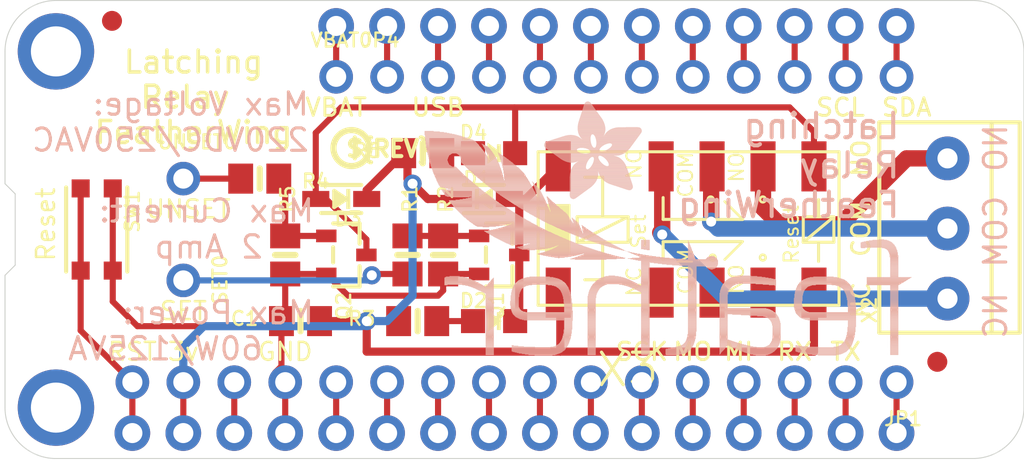
<source format=kicad_pcb>
(kicad_pcb (version 20221018) (generator pcbnew)
  (layers (0 "F.Cu" signal) (1 "In1.Cu" signal) (2 "In2.Cu" signal) (3 "In3.Cu" signal) (4 "In4.Cu" signal) (5 "In5.Cu" signal) (6 "In6.Cu" signal) (7 "In7.Cu" signal) (8 "In8.Cu" signal) (9 "In9.Cu" signal) (10 "In10.Cu" signal) (11 "In11.Cu" signal) (12 "In12.Cu" signal) (13 "In13.Cu" signal) (14 "In14.Cu" signal) (31 "B.Cu" signal) (34 "B.Paste" user) (35 "F.Paste" user) (36 "B.SilkS" user "B.Silkscreen") (37 "F.SilkS" user "F.Silkscreen") (38 "B.Mask" user) (39 "F.Mask" user) (44 "Edge.Cuts" user))
  (net 0 "")
  (net 1 "GND")
  (net 2 "SDA")
  (net 3 "SCL")
  (net 4 "VBAT")
  (net 5 "3.3V")
  (net 6 "N$14")
  (net 7 "USB")
  (net 8 "N$15")
  (net 9 "N$16")
  (net 10 "N$17")
  (net 11 "N$18")
  (net 12 "N$19")
  (net 13 "N$20")
  (net 14 "N$21")
  (net 15 "N$2")
  (net 16 "N$3")
  (net 17 "N$4")
  (net 18 "N$5")
  (net 19 "N$6")
  (net 20 "N$7")
  (net 21 "N$8")
  (net 22 "N$9")
  (net 23 "N$10")
  (net 24 "N$11")
  (net 25 "N$12")
  (net 26 "N$13")
  (net 27 "N$23")
  (net 28 "RESET")
  (net 29 "N$1")
  (net 30 "N$22")
  (net 31 "COM1")
  (net 32 "NO1")
  (net 33 "N$24")
  (net 34 "N$26")
  (net 35 "N$28")
  (net 36 "N$25")
  (net 37 "N$27")
  (net 38 "N$29")
  (net 39 "N$30")
  (footprint "working:0805-NO" (layer "F.Cu") (at 144.9451 106.2736 90)
    (fp_text reference "R2" (at 2.032 0.127 90) (layer "F.SilkS") (effects (font (size 0.692831 0.692831) (thickness 0.119969)) (justify left)))
    (fp_text value "10K")
    (pad "1" smd rect (at -0.95 0 90) (size 1.24 1.5) (layers "F.Cu" "F.Paste" "F.Mask") (net 1 "GND"))
    (pad "2" smd rect (at 0.95 0 90) (size 1.24 1.5) (layers "F.Cu" "F.Paste" "F.Mask") (net 30 "N$22"))
  )
  (footprint "working:0805-NO" (layer "F.Cu") (at 143.1671 106.2736 90)
    (fp_text reference "R1" (at 2.032 0.127 90) (layer "F.SilkS") (effects (font (size 0.692831 0.692831) (thickness 0.119969)) (justify left)))
    (fp_text value "1K")
    (pad "1" smd rect (at -0.95 0 90) (size 1.24 1.5) (layers "F.Cu" "F.Paste" "F.Mask") (net 33 "N$24"))
    (pad "2" smd rect (at 0.95 0 90) (size 1.24 1.5) (layers "F.Cu" "F.Paste" "F.Mask") (net 30 "N$22"))
  )
  (footprint "working:TERMBLOCK_1X3-3.5MM" (layer "F.Cu") (at 170.0911 105.0036 90)
    (fp_text reference "X2" (at -4.75 -3.89 90) (layer "F.SilkS") (effects (font (size 0.692831 0.692831) (thickness 0.119969)) (justify left)))
    (fp_text value "3.5mm")
    (pad "1" thru_hole circle (at 3.55 0 90) (size 2.1844 2.1844) (drill 1) (layers "*.Cu" "*.Mask") (net 32 "NO1"))
    (pad "2" thru_hole circle (at 0.05 0 90) (size 2.1844 2.1844) (drill 1) (layers "*.Cu" "*.Mask") (net 31 "COM1"))
    (pad "3" thru_hole circle (at -3.45 0 90) (size 2.1844 2.1844) (drill 1) (layers "*.Cu" "*.Mask") (net 35 "N$28"))
  )
  (footprint "working:0805-NO" (layer "F.Cu") (at 137.8331 109.5756 180)
    (fp_text reference "C1" (at 2.032 0.127) (layer "F.SilkS") (effects (font (size 0.692831 0.692831) (thickness 0.119969)) (justify right)))
    (fp_text value "10uF")
    (pad "1" smd rect (at -0.95 0 180) (size 1.24 1.5) (layers "F.Cu" "F.Paste" "F.Mask") (net 5 "3.3V"))
    (pad "2" smd rect (at 0.95 0 180) (size 1.24 1.5) (layers "F.Cu" "F.Paste" "F.Mask") (net 1 "GND"))
  )
  (footprint "working:PCBFEAT-REV-040" (layer "F.Cu") (at 140.3731 100.9396)
    (fp_text reference "U$8" hide)
    (fp_text value "" hide)
    (fp_text user "${REV}" (at -0.3556 0.508) (layer "F.SilkS") (effects (font (size 0.8128 0.8128) (thickness 0.2032)) (justify left bottom)))
  )
  (footprint "working:0805-NO" (layer "F.Cu") (at 137.0711 106.2736 90)
    (fp_text reference "R5" (at 2.032 0.127 90) (layer "F.SilkS") (effects (font (size 0.692831 0.692831) (thickness 0.119969)) (justify left)))
    (fp_text value "10K")
    (pad "1" smd rect (at -0.95 0 90) (size 1.24 1.5) (layers "F.Cu" "F.Paste" "F.Mask") (net 1 "GND"))
    (pad "2" smd rect (at 0.95 0 90) (size 1.24 1.5) (layers "F.Cu" "F.Paste" "F.Mask") (net 37 "N$27"))
  )
  (footprint "working:1X01_ROUND" (layer "F.Cu") (at 139.6111 97.3836)
    (fp_text reference "VBAT0" (at -1.3462 -1.8288) (layer "F.SilkS") (effects (font (size 0.692831 0.692831) (thickness 0.119969)) (justify left)))
    (fp_text value "")
    (pad "1" thru_hole circle (at 0 0 90) (size 1.6764 1.6764) (drill 1) (layers "*.Cu" "*.Mask") (net 4 "VBAT"))
  )
  (footprint "working:1X16_ROUND" (layer "F.Cu") (at 148.5011 112.6236 180)
    (fp_text reference "JP1" (at -20.3962 -1.8288) (layer "F.SilkS") (effects (font (size 0.692831 0.692831) (thickness 0.119969)) (justify right)))
    (fp_text value "")
    (pad "1" thru_hole circle (at -19.05 0 270) (size 1.6764 1.6764) (drill 1) (layers "*.Cu" "*.Mask") (net 15 "N$2"))
    (pad "2" thru_hole circle (at -16.51 0 270) (size 1.6764 1.6764) (drill 1) (layers "*.Cu" "*.Mask") (net 16 "N$3"))
    (pad "3" thru_hole circle (at -13.97 0 270) (size 1.6764 1.6764) (drill 1) (layers "*.Cu" "*.Mask") (net 17 "N$4"))
    (pad "4" thru_hole circle (at -11.43 0 270) (size 1.6764 1.6764) (drill 1) (layers "*.Cu" "*.Mask") (net 18 "N$5"))
    (pad "5" thru_hole circle (at -8.89 0 270) (size 1.6764 1.6764) (drill 1) (layers "*.Cu" "*.Mask") (net 19 "N$6"))
    (pad "6" thru_hole circle (at -6.35 0 270) (size 1.6764 1.6764) (drill 1) (layers "*.Cu" "*.Mask") (net 20 "N$7"))
    (pad "7" thru_hole circle (at -3.81 0 270) (size 1.6764 1.6764) (drill 1) (layers "*.Cu" "*.Mask") (net 21 "N$8"))
    (pad "8" thru_hole circle (at -1.27 0 270) (size 1.6764 1.6764) (drill 1) (layers "*.Cu" "*.Mask") (net 22 "N$9"))
    (pad "9" thru_hole circle (at 1.27 0 270) (size 1.6764 1.6764) (drill 1) (layers "*.Cu" "*.Mask") (net 23 "N$10"))
    (pad "10" thru_hole circle (at 3.81 0 270) (size 1.6764 1.6764) (drill 1) (layers "*.Cu" "*.Mask") (net 24 "N$11"))
    (pad "11" thru_hole circle (at 6.35 0 270) (size 1.6764 1.6764) (drill 1) (layers "*.Cu" "*.Mask") (net 25 "N$12"))
    (pad "12" thru_hole circle (at 8.89 0 270) (size 1.6764 1.6764) (drill 1) (layers "*.Cu" "*.Mask") (net 26 "N$13"))
    (pad "13" thru_hole circle (at 11.43 0 270) (size 1.6764 1.6764) (drill 1) (layers "*.Cu" "*.Mask") (net 1 "GND"))
    (pad "14" thru_hole circle (at 13.97 0 270) (size 1.6764 1.6764) (drill 1) (layers "*.Cu" "*.Mask") (net 27 "N$23"))
    (pad "15" thru_hole circle (at 16.51 0 270) (size 1.6764 1.6764) (drill 1) (layers "*.Cu" "*.Mask") (net 5 "3.3V"))
    (pad "16" thru_hole circle (at 19.05 0 270) (size 1.6764 1.6764) (drill 1) (layers "*.Cu" "*.Mask") (net 28 "RESET"))
  )
  (footprint "working:FIDUCIAL_1MM" (layer "F.Cu") (at 169.5831 111.6076)
    (fp_text reference "FID3" hide)
    (fp_text value "FIDUCIAL\"\"" hide)
    (pad "1" smd roundrect (at 0 0) (size 1 1) (layers "F.Cu" "F.Mask") (roundrect_rratio 0.5))
  )
  (footprint "working:1X11_ROUND" (layer "F.Cu") (at 154.8511 97.3836)
    (fp_text reference "JP4" (at -14.0462 -1.8288) (layer "F.SilkS") (effects (font (size 0.692831 0.692831) (thickness 0.119969)) (justify left)))
    (fp_text value "")
    (pad "1" thru_hole circle (at -12.7 0 90) (size 1.6764 1.6764) (drill 1) (layers "*.Cu" "*.Mask") (net 6 "N$14"))
    (pad "2" thru_hole circle (at -10.16 0 90) (size 1.6764 1.6764) (drill 1) (layers "*.Cu" "*.Mask") (net 7 "USB"))
    (pad "3" thru_hole circle (at -7.62 0 90) (size 1.6764 1.6764) (drill 1) (layers "*.Cu" "*.Mask") (net 8 "N$15"))
    (pad "4" thru_hole circle (at -5.08 0 90) (size 1.6764 1.6764) (drill 1) (layers "*.Cu" "*.Mask") (net 9 "N$16"))
    (pad "5" thru_hole circle (at -2.54 0 90) (size 1.6764 1.6764) (drill 1) (layers "*.Cu" "*.Mask") (net 10 "N$17"))
    (pad "6" thru_hole circle (at 0 0 90) (size 1.6764 1.6764) (drill 1) (layers "*.Cu" "*.Mask") (net 11 "N$18"))
    (pad "7" thru_hole circle (at 2.54 0 90) (size 1.6764 1.6764) (drill 1) (layers "*.Cu" "*.Mask") (net 12 "N$19"))
    (pad "8" thru_hole circle (at 5.08 0 90) (size 1.6764 1.6764) (drill 1) (layers "*.Cu" "*.Mask") (net 13 "N$20"))
    (pad "9" thru_hole circle (at 7.62 0 90) (size 1.6764 1.6764) (drill 1) (layers "*.Cu" "*.Mask") (net 14 "N$21"))
    (pad "10" thru_hole circle (at 10.16 0 90) (size 1.6764 1.6764) (drill 1) (layers "*.Cu" "*.Mask") (net 3 "SCL"))
    (pad "11" thru_hole circle (at 12.7 0 90) (size 1.6764 1.6764) (drill 1) (layers "*.Cu" "*.Mask") (net 2 "SDA"))
  )
  (footprint "working:SOD-323" (layer "F.Cu") (at 146.9771 103.4796)
    (fp_text reference "D1" (at -1.1 -1) (layer "F.SilkS") (effects (font (size 0.692831 0.692831) (thickness 0.119969)) (justify left)))
    (fp_text value "1N4148")
    (pad "A" smd rect (at 1.27 0) (size 1.35 0.8) (layers "F.Cu" "F.Paste" "F.Mask") (net 29 "N$1"))
    (pad "C" smd rect (at -1.27 0) (size 1.35 0.8) (layers "F.Cu" "F.Paste" "F.Mask") (net 5 "3.3V"))
  )
  (footprint "working:0805-NO" (layer "F.Cu") (at 143.9291 101.1936 180)
    (fp_text reference "R6" (at 2.032 0.127) (layer "F.SilkS") (effects (font (size 0.692831 0.692831) (thickness 0.119969)) (justify right)))
    (fp_text value "1K")
    (pad "1" smd rect (at -0.95 0 180) (size 1.24 1.5) (layers "F.Cu" "F.Paste" "F.Mask") (net 39 "N$30"))
    (pad "2" smd rect (at 0.95 0 180) (size 1.24 1.5) (layers "F.Cu" "F.Paste" "F.Mask") (net 5 "3.3V"))
  )
  (footprint "working:RELAY_EE2_LATCH" (layer "F.Cu") (at 156.8831 105.0036)
    (fp_text reference "X3" (at -4.38 7) (layer "F.SilkS") (effects (font (size 1.61798 1.61798) (thickness 0.16002)) (justify left)))
    (fp_text value "RELAY_LATCHINGEE2NUH")
    (fp_text user "COM" (at 0.566 3.3 90) (layer "F.SilkS") (effects (font (size 0.715264 0.715264) (thickness 0.097536)) (justify left bottom)))
    (fp_text user "Set" (at -1.778 1.016 90) (layer "F.SilkS") (effects (font (size 0.715264 0.715264) (thickness 0.097536)) (justify left bottom)))
    (fp_text user "NO" (at 3.106 -2.288 90) (layer "F.SilkS") (effects (font (size 0.715264 0.715264) (thickness 0.097536)) (justify left bottom)))
    (fp_text user "COM" (at 0.566 -1.526 90) (layer "F.SilkS") (effects (font (size 0.715264 0.715264) (thickness 0.097536)) (justify left bottom)))
    (fp_text user "Reset" (at 5.842 1.778 90) (layer "F.SilkS") (effects (font (size 0.715264 0.715264) (thickness 0.097536)) (justify left bottom)))
    (fp_text user "NC" (at -2 -2.454 90) (layer "F.SilkS") (effects (font (size 0.715264 0.715264) (thickness 0.097536)) (justify left bottom)))
    (fp_text user "NC" (at -2 3.4 90) (layer "F.SilkS") (effects (font (size 0.715264 0.715264) (thickness 0.097536)) (justify left bottom)))
    (fp_text user "NO" (at 3.106 3.3 90) (layer "F.SilkS") (effects (font (size 0.715264 0.715264) (thickness 0.097536)) (justify left bottom)))
    (pad "1" smd rect (at -6.2 3.15) (size 1.25 2.5) (layers "F.Cu" "F.Paste" "F.Mask") (net 5 "3.3V"))
    (pad "3" smd rect (at -1.07 3.15) (size 1.25 2.5) (layers "F.Cu" "F.Paste" "F.Mask"))
    (pad "4" smd rect (at 1.47 3.15) (size 1.25 2.5) (layers "F.Cu" "F.Paste" "F.Mask"))
    (pad "5" smd rect (at 4.01 3.15) (size 1.25 2.5) (layers "F.Cu" "F.Paste" "F.Mask"))
    (pad "6" smd rect (at 6.55 3.15) (size 1.25 2.5) (layers "F.Cu" "F.Paste" "F.Mask") (net 5 "3.3V"))
    (pad "7" smd rect (at 6.55 -3.15) (size 1.25 2.5) (layers "F.Cu" "F.Paste" "F.Mask") (net 36 "N$25"))
    (pad "8" smd rect (at 4.01 -3.15) (size 1.25 2.5) (layers "F.Cu" "F.Paste" "F.Mask") (net 32 "NO1"))
    (pad "9" smd rect (at 1.47 -3.15) (size 1.25 2.5) (layers "F.Cu" "F.Paste" "F.Mask") (net 31 "COM1"))
    (pad "10" smd rect (at -1.07 -3.15) (size 1.25 2.5) (layers "F.Cu" "F.Paste" "F.Mask") (net 35 "N$28"))
    (pad "12" smd rect (at -6.2 -3.15) (size 1.25 2.5) (layers "F.Cu" "F.Paste" "F.Mask") (net 29 "N$1"))
  )
  (footprint "working:1X01_ROUND" (layer "F.Cu") (at 131.9911 107.5436 -90)
    (fp_text reference "SET0" (at -1.3462 -1.8288 90) (layer "F.SilkS") (effects (font (size 0.692831 0.692831) (thickness 0.119969)) (justify right)))
    (fp_text value "")
    (pad "1" thru_hole circle (at 0 0) (size 1.6764 1.6764) (drill 1) (layers "*.Cu" "*.Mask") (net 33 "N$24"))
  )
  (footprint "working:MICROSHIELD" (layer "F.Cu") (at 123.1011 116.4336)
    (fp_text reference "MS1" hide)
    (fp_text value "MICROSHIELD" hide)
    (fp_line (start 0 -20.32) (end 0 -13.716) (stroke (width 0.05)) (layer "Edge.Cuts"))
    (fp_line (start 0 -13.716) (end 0.508 -13.208) (stroke (width 0.05)) (layer "Edge.Cuts"))
    (fp_line (start 0 -9.144) (end 0 -2.54) (stroke (width 0.05)) (layer "Edge.Cuts"))
    (fp_line (start 0.508 -13.208) (end 0.508 -9.652) (stroke (width 0.05)) (layer "Edge.Cuts"))
    (fp_line (start 0.508 -9.652) (end 0 -9.144) (stroke (width 0.05)) (layer "Edge.Cuts"))
    (fp_line (start 2.54 0) (end 48.26 0) (stroke (width 0.05)) (layer "Edge.Cuts"))
    (fp_line (start 48.26 -22.86) (end 2.54 -22.86) (stroke (width 0.05)) (layer "Edge.Cuts"))
    (fp_line (start 50.8 -2.54) (end 50.8 -20.32) (stroke (width 0.05)) (layer "Edge.Cuts"))
    (fp_arc (start 0 -20.32) (mid 0.743949 -22.116051) (end 2.54 -22.86) (stroke (width 0.05)) (layer "Edge.Cuts"))
    (fp_arc (start 2.54 0) (mid 0.743949 -0.743949) (end 0 -2.54) (stroke (width 0.05)) (layer "Edge.Cuts"))
    (fp_arc (start 48.26 -22.86) (mid 50.056051 -22.116051) (end 50.8 -20.32) (stroke (width 0.05)) (layer "Edge.Cuts"))
    (fp_arc (start 50.8 -2.54) (mid 50.056051 -0.743949) (end 48.26 0) (stroke (width 0.05)) (layer "Edge.Cuts"))
    (pad "" np_thru_hole circle (at 48.26 -20.32) (size 2.54 2.54) (drill 2.54) (layers "*.Cu" "*.Mask"))
    (pad "" np_thru_hole circle (at 48.514 -2.286) (size 2.54 2.54) (drill 2.54) (layers "*.Cu" "*.Mask"))
    (pad "1" thru_hole circle (at 6.35 -1.27) (size 1.778 1.778) (drill 1) (layers "*.Cu" "*.Mask") (net 28 "RESET"))
    (pad "2" thru_hole circle (at 8.89 -1.27) (size 1.778 1.778) (drill 1) (layers "*.Cu" "*.Mask") (net 5 "3.3V"))
    (pad "3" thru_hole circle (at 11.43 -1.27) (size 1.778 1.778) (drill 1) (layers "*.Cu" "*.Mask") (net 27 "N$23"))
    (pad "4" thru_hole circle (at 13.97 -1.27) (size 1.778 1.778) (drill 1) (layers "*.Cu" "*.Mask") (net 1 "GND"))
    (pad "5" thru_hole circle (at 16.51 -1.27) (size 1.778 1.778) (drill 1) (layers "*.Cu" "*.Mask") (net 26 "N$13"))
    (pad "6" thru_hole circle (at 19.05 -1.27) (size 1.778 1.778) (drill 1) (layers "*.Cu" "*.Mask") (net 25 "N$12"))
    (pad "7" thru_hole circle (at 21.59 -1.27) (size 1.778 1.778) (drill 1) (layers "*.Cu" "*.Mask") (net 24 "N$11"))
    (pad "8" thru_hole circle (at 24.13 -1.27) (size 1.778 1.778) (drill 1) (layers "*.Cu" "*.Mask") (net 23 "N$10"))
    (pad "9" thru_hole circle (at 26.67 -1.27) (size 1.778 1.778) (drill 1) (layers "*.Cu" "*.Mask") (net 22 "N$9"))
    (pad "10" thru_hole circle (at 29.21 -1.27) (size 1.778 1.778) (drill 1) (layers "*.Cu" "*.Mask") (net 21 "N$8"))
    (pad "11" thru_hole circle (at 31.75 -1.27) (size 1.778 1.778) (drill 1) (layers "*.Cu" "*.Mask") (net 20 "N$7"))
    (pad "12" thru_hole circle (at 34.29 -1.27) (size 1.778 1.778) (drill 1) (layers "*.Cu" "*.Mask") (net 19 "N$6"))
    (pad "13" thru_hole circle (at 36.83 -1.27) (size 1.778 1.778) (drill 1) (layers "*.Cu" "*.Mask") (net 18 "N$5"))
    (pad "14" thru_hole circle (at 39.37 -1.27) (size 1.778 1.778) (drill 1) (layers "*.Cu" "*.Mask") (net 17 "N$4"))
    (pad "15" thru_hole circle (at 41.91 -1.27) (size 1.778 1.778) (drill 1) (layers "*.Cu" "*.Mask") (net 16 "N$3"))
    (pad "16" thru_hole circle (at 44.45 -1.27) (size 1.778 1.778) (drill 1) (layers "*.Cu" "*.Mask") (net 15 "N$2"))
    (pad "17" thru_hole circle (at 44.45 -21.59) (size 1.778 1.778) (drill 1) (layers "*.Cu" "*.Mask") (net 2 "SDA"))
    (pad "18" thru_hole circle (at 41.91 -21.59) (size 1.778 1.778) (drill 1) (layers "*.Cu" "*.Mask") (net 3 "SCL"))
    (pad "19" thru_hole circle (at 39.37 -21.59) (size 1.778 1.778) (drill 1) (layers "*.Cu" "*.Mask") (net 14 "N$21"))
    (pad "20" thru_hole circle (at 36.83 -21.59) (size 1.778 1.778) (drill 1) (layers "*.Cu" "*.Mask") (net 13 "N$20"))
    (pad "21" thru_hole circle (at 34.29 -21.59) (size 1.778 1.778) (drill 1) (layers "*.Cu" "*.Mask") (net 12 "N$19"))
    (pad "22" thru_hole circle (at 31.75 -21.59) (size 1.778 1.778) (drill 1) (layers "*.Cu" "*.Mask") (net 11 "N$18"))
    (pad "23" thru_hole circle (at 29.21 -21.59) (size 1.778 1.778) (drill 1) (layers "*.Cu" "*.Mask") (net 10 "N$17"))
    (pad "24" thru_hole circle (at 26.67 -21.59) (size 1.778 1.778) (drill 1) (layers "*.Cu" "*.Mask") (net 9 "N$16"))
    (pad "25" thru_hole circle (at 24.13 -21.59) (size 1.778 1.778) (drill 1) (layers "*.Cu" "*.Mask") (net 8 "N$15"))
    (pad "26" thru_hole circle (at 21.59 -21.59) (size 1.778 1.778) (drill 1) (layers "*.Cu" "*.Mask") (net 7 "USB"))
    (pad "27" thru_hole circle (at 19.05 -21.59) (size 1.778 1.778) (drill 1) (layers "*.Cu" "*.Mask") (net 6 "N$14"))
    (pad "28" thru_hole circle (at 16.51 -21.59) (size 1.778 1.778) (drill 1) (layers "*.Cu" "*.Mask") (net 4 "VBAT"))
    (pad "P$1" thru_hole circle (at 2.54 -20.32) (size 3.81 3.81) (drill 2.5) (layers "*.Cu" "*.Mask"))
    (pad "P$2" thru_hole circle (at 2.54 -2.54) (size 3.81 3.81) (drill 2.5) (layers "*.Cu" "*.Mask"))
  )
  (footprint "working:SOT23-R" (layer "F.Cu") (at 140.1191 106.2736 -90)
    (fp_text reference "Q2" (at 1.778 0.127 90) (layer "F.SilkS") (effects (font (size 0.692831 0.692831) (thickness 0.119969)) (justify right)))
    (fp_text value "MMBT2222")
    (pad "1" smd rect (at -0.95 1 270) (size 0.635 1.016) (layers "F.Cu" "F.Paste" "F.Mask") (net 37 "N$27"))
    (pad "2" smd rect (at 0.95 1 270) (size 0.635 1.016) (layers "F.Cu" "F.Paste" "F.Mask") (net 1 "GND"))
    (pad "3" smd rect (at 0 -1 270) (size 0.635 1.016) (layers "F.Cu" "F.Paste" "F.Mask") (net 36 "N$25"))
  )
  (footprint "working:1X01_ROUND" (layer "F.Cu") (at 131.9911 102.4636)
    (fp_text reference "UNSET0" (at -1.3462 -1.8288) (layer "F.SilkS") (effects (font (size 0.692831 0.692831) (thickness 0.119969)) (justify left)))
    (fp_text value "")
    (pad "1" thru_hole circle (at 0 0 90) (size 1.6764 1.6764) (drill 1) (layers "*.Cu" "*.Mask") (net 38 "N$29"))
  )
  (footprint "working:FIDUCIAL_1MM" (layer "F.Cu") (at 128.4351 94.5896)
    (fp_text reference "FID2" hide)
    (fp_text value "FIDUCIAL\"\"" hide)
    (pad "1" smd roundrect (at 0 0) (size 1 1) (layers "F.Cu" "F.Mask") (roundrect_rratio 0.5))
  )
  (footprint "working:0805-NO" (layer "F.Cu") (at 143.6751 109.5756 180)
    (fp_text reference "R3" (at 2.032 0.127) (layer "F.SilkS") (effects (font (size 0.692831 0.692831) (thickness 0.119969)) (justify right)))
    (fp_text value "1K")
    (pad "1" smd rect (at -0.95 0 180) (size 1.24 1.5) (layers "F.Cu" "F.Paste" "F.Mask") (net 34 "N$26"))
    (pad "2" smd rect (at 0.95 0 180) (size 1.24 1.5) (layers "F.Cu" "F.Paste" "F.Mask") (net 5 "3.3V"))
  )
  (footprint "working:SOD-323" (layer "F.Cu") (at 139.8651 103.4796 180)
    (fp_text reference "D3" (at -1.1 -1) (layer "F.SilkS") (effects (font (size 0.692831 0.692831) (thickness 0.119969)) (justify right)))
    (fp_text value "1N4148")
    (pad "A" smd rect (at 1.27 0 180) (size 1.35 0.8) (layers "F.Cu" "F.Paste" "F.Mask") (net 36 "N$25"))
    (pad "C" smd rect (at -1.27 0 180) (size 1.35 0.8) (layers "F.Cu" "F.Paste" "F.Mask") (net 5 "3.3V"))
  )
  (footprint "working:0805-NO" (layer "F.Cu") (at 135.8011 102.4636)
    (fp_text reference "R4" (at 2.032 0.127) (layer "F.SilkS") (effects (font (size 0.692831 0.692831) (thickness 0.119969)) (justify left)))
    (fp_text value "1K")
    (pad "1" smd rect (at -0.95 0) (size 1.24 1.5) (layers "F.Cu" "F.Paste" "F.Mask") (net 38 "N$29"))
    (pad "2" smd rect (at 0.95 0) (size 1.24 1.5) (layers "F.Cu" "F.Paste" "F.Mask") (net 37 "N$27"))
  )
  (footprint "working:BTN_KMR2_4.6X2.8" (layer "F.Cu") (at 127.6731 105.0036 -90)
    (fp_text reference "SW1" (at -2.032 -1.778 90) (layer "F.SilkS") (effects (font (size 0.692831 0.692831) (thickness 0.119969)) (justify right)))
    (fp_text value "kmr2")
    (pad "A" smd rect (at 2.05 -0.8 270) (size 0.9 0.9) (layers "F.Cu" "F.Paste" "F.Mask") (net 1 "GND"))
    (pad "A'" smd rect (at -2.05 -0.8 270) (size 0.9 0.9) (layers "F.Cu" "F.Paste" "F.Mask") (net 1 "GND"))
    (pad "B" smd rect (at 2.05 0.8 270) (size 0.9 0.9) (layers "F.Cu" "F.Paste" "F.Mask") (net 28 "RESET"))
    (pad "B'" smd rect (at -2.05 0.8 270) (size 0.9 0.9) (layers "F.Cu" "F.Paste" "F.Mask") (net 28 "RESET"))
  )
  (footprint "working:CHIPLED_0805_NOOUTLINE" (layer "F.Cu") (at 147.4851 101.1936 -90)
    (fp_text reference "D4" (at -1.016 1.778) (layer "F.SilkS") (effects (font (size 0.692831 0.692831) (thickness 0.119969)) (justify left)))
    (fp_text value "RED")
    (pad "A" smd rect (at 0 1.05 270) (size 1.2 1.2) (layers "F.Cu" "F.Paste" "F.Mask") (net 39 "N$30"))
    (pad "C" smd rect (at 0 -1.05 270) (size 1.2 1.2) (layers "F.Cu" "F.Paste" "F.Mask") (net 36 "N$25"))
  )
  (footprint "working:CHIPLED_0805_NOOUTLINE" (layer "F.Cu") (at 147.4851 109.5756 -90)
    (fp_text reference "D2" (at -1.016 1.778) (layer "F.SilkS") (effects (font (size 0.692831 0.692831) (thickness 0.119969)) (justify left)))
    (fp_text value "GREEN")
    (pad "A" smd rect (at 0 1.05 270) (size 1.2 1.2) (layers "F.Cu" "F.Paste" "F.Mask") (net 34 "N$26"))
    (pad "C" smd rect (at 0 -1.05 270) (size 1.2 1.2) (layers "F.Cu" "F.Paste" "F.Mask") (net 29 "N$1"))
  )
  (footprint "working:SOT23-R" (layer "F.Cu") (at 147.7391 106.2736 -90)
    (fp_text reference "Q1" (at 1.778 0.127 90) (layer "F.SilkS") (effects (font (size 0.692831 0.692831) (thickness 0.119969)) (justify right)))
    (fp_text value "MMBT2222")
    (pad "1" smd rect (at -0.95 1 270) (size 0.635 1.016) (layers "F.Cu" "F.Paste" "F.Mask") (net 30 "N$22"))
    (pad "2" smd rect (at 0.95 1 270) (size 0.635 1.016) (layers "F.Cu" "F.Paste" "F.Mask") (net 1 "GND"))
    (pad "3" smd rect (at 0 -1 270) (size 0.635 1.016) (layers "F.Cu" "F.Paste" "F.Mask") (net 29 "N$1"))
  )
  (footprint "working:ADAFRUIT_5MM" (layer "B.Cu") (at 154.8511 103.4796 180)
    (fp_text reference "U$9" hide)
    (fp_text value "" hide)
  )
  (footprint "working:FEATHERLOGO" (layer "B.Cu") (at 168.3131 111.3536 180)
    (fp_text reference "U$6" hide)
    (fp_text value "" hide)
  )
  (gr_text "NC" (at 173.1391 108.0516 -270) (layer "B.SilkS") (effects (font (size 1.1176 1.1176) (thickness 0.1524)) (justify left bottom mirror)))
  (gr_text "Latching \nRelay \nFeatherWing" (at 167.8051 104.4956) (layer "B.SilkS") (effects (font (size 1.223264 1.223264) (thickness 0.199136)) (justify left bottom mirror)))
  (gr_text "Max Power:\n   60W/125VA" (at 138.5951 111.6076) (layer "B.SilkS") (effects (font (size 1.1176 1.1176) (thickness 0.1524)) (justify left bottom mirror)))
  (gr_text "COM" (at 173.1391 103.2256 -270) (layer "B.SilkS") (effects (font (size 1.1176 1.1176) (thickness 0.1524)) (justify left bottom mirror)))
  (gr_text "Max Current:\n   2 Amp" (at 138.5951 106.5276) (layer "B.SilkS") (effects (font (size 1.1176 1.1176) (thickness 0.1524)) (justify left bottom mirror)))
  (gr_text "NO" (at 173.1391 99.6696 -270) (layer "B.SilkS") (effects (font (size 1.1176 1.1176) (thickness 0.1524)) (justify left bottom mirror)))
  (gr_text "Max Voltage:\n220VDC/250VAC" (at 138.3411 101.1936) (layer "B.SilkS") (effects (font (size 1.1176 1.1176) (thickness 0.1524)) (justify left bottom mirror)))
  (gr_text "NC" (at 165.2651 107.5436 90) (layer "F.SilkS") (effects (font (size 0.87376 0.87376) (thickness 0.14224)) (justify right top)))
  (gr_text "RX" (at 162.4711 111.0996) (layer "F.SilkS") (effects (font (size 0.87376 0.87376) (thickness 0.14224))))
  (gr_text "Reset" (at 125.1331 104.7496 90) (layer "F.SilkS") (effects (font (size 0.89408 0.89408) (thickness 0.12192))))
  (gr_text "TX" (at 165.0111 111.0996) (layer "F.SilkS") (effects (font (size 0.87376 0.87376) (thickness 0.14224))))
  (gr_text "SET" (at 131.9911 109.0676) (layer "F.SilkS") (effects (font (size 0.89408 0.89408) (thickness 0.12192))))
  (gr_text "SDA" (at 168.0591 98.9076) (layer "F.SilkS") (effects (font (size 0.87376 0.87376) (thickness 0.14224))))
  (gr_text "USB" (at 144.6911 98.9076) (layer "F.SilkS") (effects (font (size 0.87376 0.87376) (thickness 0.14224))))
  (gr_text "COM" (at 165.2651 103.4796 90) (layer "F.SilkS") (effects (font (size 0.87376 0.87376) (thickness 0.14224)) (justify right top)))
  (gr_text "VBAT" (at 139.6111 98.9076) (layer "F.SilkS") (effects (font (size 0.87376 0.87376) (thickness 0.14224))))
  (gr_text "SCL" (at 164.7571 98.9076) (layer "F.SilkS") (effects (font (size 0.87376 0.87376) (thickness 0.14224))))
  (gr_text "MI" (at 159.6771 111.0996) (layer "F.SilkS") (effects (font (size 0.87376 0.87376) (thickness 0.14224))))
  (gr_text "NO" (at 165.2651 100.4316 90) (layer "F.SilkS") (effects (font (size 0.87376 0.87376) (thickness 0.14224)) (justify right top)))
  (gr_text "Latching\nRelay \nFeatherWing" (at 132.4991 98.3996) (layer "F.SilkS") (effects (font (size 1.0922 1.0922) (thickness 0.1778))))
  (gr_text "RST" (at 129.4511 111.0996) (layer "F.SilkS") (effects (font (size 0.89408 0.89408) (thickness 0.12192))))
  (gr_text "GND" (at 137.0711 111.0996) (layer "F.SilkS") (effects (font (size 0.89408 0.89408) (thickness 0.12192))))
  (gr_text "SCK" (at 154.8511 111.0996) (layer "F.SilkS") (effects (font (size 0.87376 0.87376) (thickness 0.14224))))
  (gr_text "MO" (at 157.3911 111.0996) (layer "F.SilkS") (effects (font (size 0.87376 0.87376) (thickness 0.14224))))
  (gr_text "UNSET" (at 132.2451 103.9876) (layer "F.SilkS") (effects (font (size 0.89408 0.89408) (thickness 0.12192))))
  (gr_text "3v" (at 131.9911 111.0996) (layer "F.SilkS") (effects (font (size 0.89408 0.89408) (thickness 0.12192))))
  (segment (start 128.4731 107.0536) (end 128.4731 108.5976) (width 0.3048) (layer "F.Cu") (net 1))
  (segment (start 136.8831 111.8316) (end 136.8831 109.5756) (width 0.3048) (layer "F.Cu") (net 1))
  (segment (start 139.1191 107.2236) (end 140.2011 108.3056) (width 0.3048) (layer "F.Cu") (net 1))
  (segment (start 146.7391 107.2236) (end 144.9451 107.2236) (width 0.3048) (layer "F.Cu") (net 1))
  (segment (start 137.0711 109.3876) (end 137.0711 107.2236) (width 0.3048) (layer "F.Cu") (net 1))
  (segment (start 136.6291 109.8296) (end 136.8831 109.5756) (width 0.3048) (layer "F.Cu") (net 1))
  (segment (start 136.8831 109.5756) (end 137.0711 109.3876) (width 0.3048) (layer "F.Cu") (net 1))
  (segment (start 136.5811 112.1336) (end 136.8831 111.8316) (width 0.3048) (layer "F.Cu") (net 1))
  (segment (start 129.7051 109.8296) (end 136.6291 109.8296) (width 0.3048) (layer "F.Cu") (net 1))
  (segment (start 137.0711 115.1636) (end 137.0711 112.6236) (width 0.3048) (layer "F.Cu") (net 1))
  (segment (start 136.5811 112.1336) (end 137.0711 112.6236) (width 0.3048) (layer "F.Cu") (net 1))
  (segment (start 144.6911 108.3056) (end 144.9451 108.0516) (width 0.3048) (layer "F.Cu") (net 1))
  (segment (start 140.2011 108.3056) (end 144.6911 108.3056) (width 0.3048) (layer "F.Cu") (net 1))
  (segment (start 137.0711 107.2236) (end 139.1191 107.2236) (width 0.3048) (layer "F.Cu") (net 1))
  (segment (start 128.4731 107.0536) (end 128.4731 102.9536) (width 0.3048) (layer "F.Cu") (net 1))
  (segment (start 144.9451 108.0516) (end 144.9451 107.2236) (width 0.3048) (layer "F.Cu") (net 1))
  (segment (start 128.4731 108.5976) (end 129.7051 109.8296) (width 0.3048) (layer "F.Cu") (net 1))
  (segment (start 167.5511 94.8436) (end 167.5511 97.3836) (width 0.3048) (layer "F.Cu") (net 2))
  (segment (start 165.0111 97.3836) (end 165.0111 94.8436) (width 0.3048) (layer "F.Cu") (net 3))
  (segment (start 139.6111 94.8436) (end 139.6111 97.3836) (width 0.3048) (layer "F.Cu") (net 4))
  (segment (start 141.1351 109.5756) (end 138.7831 109.5756) (width 0.4064) (layer "F.Cu") (net 5))
  (segment (start 141.1351 103.0376) (end 142.9791 101.1936) (width 0.4064) (layer "F.Cu") (net 5))
  (segment (start 150.7871 111.0996) (end 141.1351 111.0996) (width 0.4064) (layer "F.Cu") (net 5))
  (segment (start 143.1671 102.4636) (end 143.1671 101.3816) (width 0.4064) (layer "F.Cu") (net 5))
  (segment (start 145.7071 103.4796) (end 144.1831 103.4796) (width 0.4064) (layer "F.Cu") (net 5))
  (segment (start 141.1351 103.4796) (end 141.1351 103.0376) (width 0.4064) (layer "F.Cu") (net 5))
  (segment (start 150.7871 108.1536) (end 150.6831 108.1536) (width 0.4064) (layer "F.Cu") (net 5))
  (segment (start 163.4331 108.1536) (end 163.4331 111.0996) (width 0.4064) (layer "F.Cu") (net 5))
  (segment (start 150.7871 111.0996) (end 150.7871 108.1536) (width 0.4064) (layer "F.Cu") (net 5))
  (segment (start 143.1671 101.3816) (end 142.9791 101.1936) (width 0.3048) (layer "F.Cu") (net 5))
  (segment (start 144.1831 103.4796) (end 143.4211 102.7176) (width 0.4064) (layer "F.Cu") (net 5))
  (segment (start 141.1351 111.0996) (end 141.1351 109.5756) (width 0.4064) (layer "F.Cu") (net 5))
  (segment (start 163.4331 111.0996) (end 150.7871 111.0996) (width 0.4064) (layer "F.Cu") (net 5))
  (segment (start 131.9911 112.6236) (end 131.9911 115.1636) (width 0.3048) (layer "F.Cu") (net 5))
  (segment (start 143.4211 102.7176) (end 143.1671 102.4636) (width 0.4064) (layer "F.Cu") (net 5))
  (segment (start 142.7251 109.5756) (end 141.1351 109.5756) (width 0.3048) (layer "F.Cu") (net 5))
  (via (at 141.1351 109.5756) (size 0.9064) (drill 0.5) (layers "F.Cu" "B.Cu") (net 5))
  (via (at 143.4211 102.7176) (size 0.9064) (drill 0.5) (layers "F.Cu" "B.Cu") (net 5))
  (segment (start 133.0071 109.8296) (end 140.8811 109.8296) (width 0.4064) (layer "B.Cu") (net 5))
  (segment (start 142.1511 109.5756) (end 141.1351 109.5756) (width 0.4064) (layer "B.Cu") (net 5))
  (segment (start 131.9911 112.6236) (end 131.9911 110.8456) (width 0.4064) (layer "B.Cu") (net 5))
  (segment (start 143.4211 108.3056) (end 142.1511 109.5756) (width 0.4064) (layer "B.Cu") (net 5))
  (segment (start 140.8811 109.8296) (end 141.1351 109.5756) (width 0.3048) (layer "B.Cu") (net 5))
  (segment (start 143.4211 102.7176) (end 143.4211 108.3056) (width 0.4064) (layer "B.Cu") (net 5))
  (segment (start 131.9911 110.8456) (end 133.0071 109.8296) (width 0.4064) (layer "B.Cu") (net 5))
  (segment (start 142.1511 97.3836) (end 142.1511 94.8436) (width 0.3048) (layer "F.Cu") (net 6))
  (segment (start 144.6911 97.3836) (end 144.6911 94.8436) (width 0.3048) (layer "F.Cu") (net 7))
  (segment (start 147.2311 97.3836) (end 147.2311 94.8436) (width 0.3048) (layer "F.Cu") (net 8))
  (segment (start 149.7711 97.3836) (end 149.7711 94.8436) (width 0.3048) (layer "F.Cu") (net 9))
  (segment (start 152.3111 97.3836) (end 152.3111 94.8436) (width 0.3048) (layer "F.Cu") (net 10))
  (segment (start 154.8511 97.3836) (end 154.8511 94.8436) (width 0.3048) (layer "F.Cu") (net 11))
  (segment (start 157.3911 97.3836) (end 157.3911 94.8436) (width 0.3048) (layer "F.Cu") (net 12))
  (segment (start 159.9311 97.3836) (end 159.9311 94.8436) (width 0.3048) (layer "F.Cu") (net 13))
  (segment (start 162.4711 97.3836) (end 162.4711 94.8436) (width 0.3048) (layer "F.Cu") (net 14))
  (segment (start 167.5511 112.6236) (end 167.5511 115.1636) (width 0.3048) (layer "F.Cu") (net 15))
  (segment (start 165.0111 112.6236) (end 165.0111 115.1636) (width 0.3048) (layer "F.Cu") (net 16))
  (segment (start 162.4711 115.1636) (end 162.4711 112.6236) (width 0.3048) (layer "F.Cu") (net 17))
  (segment (start 159.9311 112.6236) (end 159.9311 115.1636) (width 0.3048) (layer "F.Cu") (net 18))
  (segment (start 157.3911 115.1636) (end 157.3911 112.6236) (width 0.3048) (layer "F.Cu") (net 19))
  (segment (start 154.8511 112.6236) (end 154.8511 115.1636) (width 0.3048) (layer "F.Cu") (net 20))
  (segment (start 152.3111 115.1636) (end 152.3111 112.6236) (width 0.3048) (layer "F.Cu") (net 21))
  (segment (start 149.7711 115.1636) (end 149.7711 112.6236) (width 0.3048) (layer "F.Cu") (net 22))
  (segment (start 147.2311 112.6236) (end 147.2311 115.1636) (width 0.3048) (layer "F.Cu") (net 23))
  (segment (start 144.6911 115.1636) (end 144.6911 112.6236) (width 0.3048) (layer "F.Cu") (net 24))
  (segment (start 142.1511 115.1636) (end 142.1511 112.6236) (width 0.3048) (layer "F.Cu") (net 25))
  (segment (start 139.6111 115.1636) (end 139.6111 112.6236) (width 0.3048) (layer "F.Cu") (net 26))
  (segment (start 134.5311 115.1636) (end 134.5311 112.6236) (width 0.3048) (layer "F.Cu") (net 27))
  (segment (start 126.8731 110.0456) (end 129.4511 112.6236) (width 0.3048) (layer "F.Cu") (net 28))
  (segment (start 126.8731 102.9536) (end 126.8731 107.0536) (width 0.3048) (layer "F.Cu") (net 28))
  (segment (start 129.4511 112.6236) (end 129.4511 115.1636) (width 0.3048) (layer "F.Cu") (net 28))
  (segment (start 126.8731 107.0536) (end 126.8731 110.0456) (width 0.3048) (layer "F.Cu") (net 28))
  (segment (start 148.7391 103.4956) (end 148.7551 103.4796) (width 0.4064) (layer "F.Cu") (net 29))
  (segment (start 148.7551 103.4796) (end 149.0571 103.4796) (width 0.4064) (layer "F.Cu") (net 29))
  (segment (start 148.5351 109.5756) (end 148.7391 109.3716) (width 0.4064) (layer "F.Cu") (net 29))
  (segment (start 149.0571 103.4796) (end 150.6831 101.8536) (width 0.4064) (layer "F.Cu") (net 29))
  (segment (start 148.7391 106.2736) (end 148.7391 103.4956) (width 0.4064) (layer "F.Cu") (net 29))
  (segment (start 148.7391 109.3716) (end 148.7391 106.2736) (width 0.4064) (layer "F.Cu") (net 29))
  (segment (start 148.2471 103.4796) (end 148.7551 103.4796) (width 0.4064) (layer "F.Cu") (net 29))
  (segment (start 144.9451 105.3236) (end 146.7391 105.3236) (width 0.3048) (layer "F.Cu") (net 30))
  (segment (start 144.9451 105.3236) (end 143.1671 105.3236) (width 0.3048) (layer "F.Cu") (net 30))
  (segment (start 158.3531 101.8536) (end 158.3071 101.8536) (width 0.8128) (layer "F.Cu") (net 31))
  (segment (start 158.3071 101.8536) (end 158.3071 104.608832) (width 0.8128) (layer "F.Cu") (net 31))
  (via (at 158.3071 104.608832) (size 0.9064) (drill 0.5) (layers "F.Cu" "B.Cu") (net 31))
  (segment (start 158.651868 104.9536) (end 170.0911 104.9536) (width 0.8128) (layer "B.Cu") (net 31))
  (segment (start 158.3071 104.608832) (end 158.651868 104.9536) (width 0.8128) (layer "B.Cu") (net 31))
  (segment (start 168.0531 101.4536) (end 170.0911 101.4536) (width 0.8128) (layer "F.Cu") (net 32))
  (segment (start 161.7091 104.7496) (end 164.7571 104.7496) (width 0.8128) (layer "F.Cu") (net 32))
  (segment (start 164.7571 104.7496) (end 168.0531 101.4536) (width 0.8128) (layer "F.Cu") (net 32))
  (segment (start 160.8931 101.8536) (end 160.8931 103.9336) (width 0.8128) (layer "F.Cu") (net 32))
  (segment (start 160.8931 103.9336) (end 161.7091 104.7496) (width 0.8128) (layer "F.Cu") (net 32))
  (segment (start 141.4551 107.2236) (end 143.1671 107.2236) (width 0.3048) (layer "F.Cu") (net 33))
  (segment (start 141.3891 107.2896) (end 141.4551 107.2236) (width 0.3048) (layer "F.Cu") (net 33))
  (via (at 141.3891 107.2896) (size 0.9064) (drill 0.5) (layers "F.Cu" "B.Cu") (net 33))
  (segment (start 131.9911 107.5436) (end 141.1351 107.5436) (width 0.3048) (layer "B.Cu") (net 33))
  (segment (start 141.1351 107.5436) (end 141.3891 107.2896) (width 0.3048) (layer "B.Cu") (net 33))
  (segment (start 144.6251 109.5756) (end 146.4351 109.5756) (width 0.3048) (layer "F.Cu") (net 34))
  (segment (start 155.7671 105.1576) (end 155.8671 105.2576) (width 0.8128) (layer "F.Cu") (net 35))
  (segment (start 155.8671 101.8536) (end 155.8671 105.2576) (width 0.8128) (layer "F.Cu") (net 35))
  (segment (start 155.8131 101.8536) (end 155.8671 101.8536) (width 0.8128) (layer "F.Cu") (net 35))
  (via (at 155.8671 105.2576) (size 0.9064) (drill 0.5) (layers "F.Cu" "B.Cu") (net 35))
  (segment (start 159.0631 108.4536) (end 170.0911 108.4536) (width 0.8128) (layer "B.Cu") (net 35))
  (segment (start 155.8671 105.2576) (end 159.0631 108.4536) (width 0.8128) (layer "B.Cu") (net 35))
  (segment (start 139.1031 103.4796) (end 141.1191 105.4956) (width 0.3048) (layer "F.Cu") (net 36))
  (segment (start 148.5351 101.1936) (end 148.5351 98.9416) (width 0.3048) (layer "F.Cu") (net 36))
  (segment (start 163.4331 100.1236) (end 163.4331 101.8536) (width 0.3048) (layer "F.Cu") (net 36))
  (segment (start 162.2171 98.9076) (end 163.4331 100.1236) (width 0.3048) (layer "F.Cu") (net 36))
  (segment (start 138.5951 103.4796) (end 139.1031 103.4796) (width 0.3048) (layer "F.Cu") (net 36))
  (segment (start 148.5351 98.9416) (end 148.5011 98.9076) (width 0.3048) (layer "F.Cu") (net 36))
  (segment (start 141.1191 105.4956) (end 141.1191 106.2736) (width 0.3048) (layer "F.Cu") (net 36))
  (segment (start 148.5011 98.9076) (end 162.2171 98.9076) (width 0.3048) (layer "F.Cu") (net 36))
  (segment (start 139.8651 98.9076) (end 138.5951 100.1776) (width 0.3048) (layer "F.Cu") (net 36))
  (segment (start 138.5951 100.1776) (end 138.5951 103.4796) (width 0.3048) (layer "F.Cu") (net 36))
  (segment (start 148.5011 98.9076) (end 139.8651 98.9076) (width 0.3048) (layer "F.Cu") (net 36))
  (segment (start 139.1191 105.3236) (end 137.0711 105.3236) (width 0.3048) (layer "F.Cu") (net 37))
  (segment (start 137.0711 102.7836) (end 136.7511 102.4636) (width 0.3048) (layer "F.Cu") (net 37))
  (segment (start 137.0711 105.3236) (end 137.0711 102.7836) (width 0.3048) (layer "F.Cu") (net 37))
  (segment (start 131.9911 102.4636) (end 134.8511 102.4636) (width 0.3048) (layer "F.Cu") (net 38))
  (segment (start 144.8791 101.1936) (end 146.4351 101.1936) (width 0.3048) (layer "F.Cu") (net 39))
)
</source>
